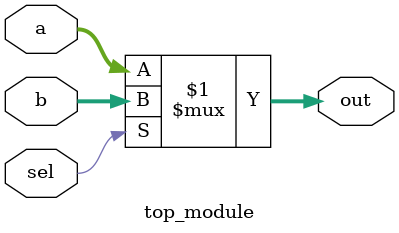
<source format=v>
module top_module( 
    input [99:0] a, b,
    input sel,
    output [99:0] out );
    assign out=sel? b:a;

endmodule
</source>
